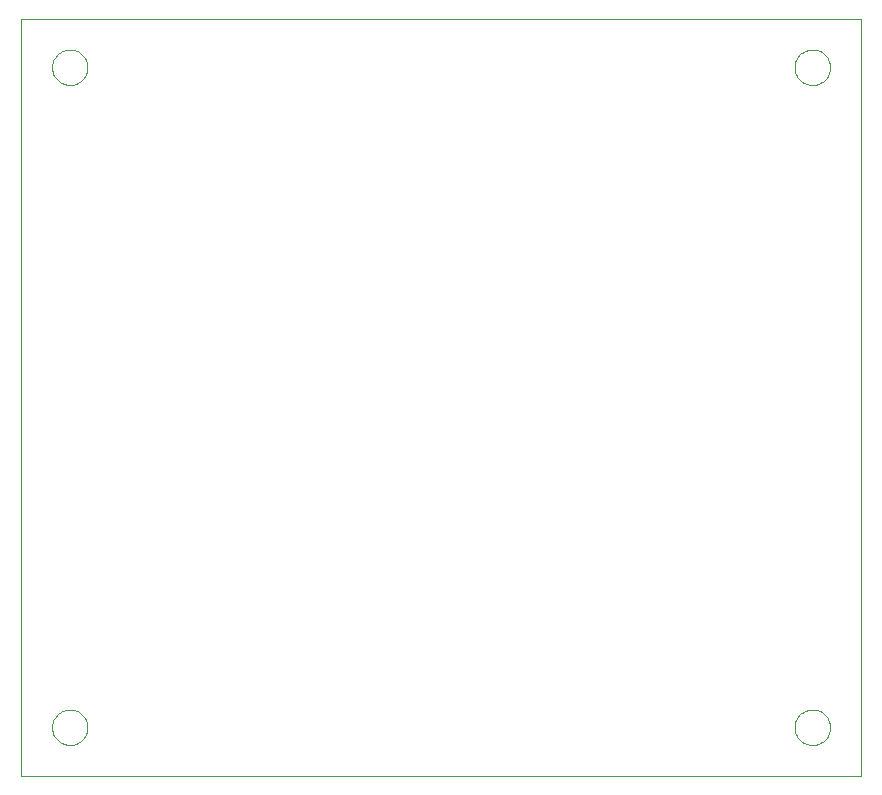
<source format=gbo>
G75*
G70*
%OFA0B0*%
%FSLAX24Y24*%
%IPPOS*%
%LPD*%
%AMOC8*
5,1,8,0,0,1.08239X$1,22.5*
%
%ADD10C,0.0000*%
D10*
X000180Y000180D02*
X000180Y025425D01*
X028172Y025425D01*
X028172Y000180D01*
X000180Y000180D01*
X001214Y001805D02*
X001216Y001853D01*
X001222Y001901D01*
X001232Y001948D01*
X001245Y001994D01*
X001263Y002039D01*
X001283Y002083D01*
X001308Y002125D01*
X001336Y002164D01*
X001366Y002201D01*
X001400Y002235D01*
X001437Y002267D01*
X001475Y002296D01*
X001516Y002321D01*
X001559Y002343D01*
X001604Y002361D01*
X001650Y002375D01*
X001697Y002386D01*
X001745Y002393D01*
X001793Y002396D01*
X001841Y002395D01*
X001889Y002390D01*
X001937Y002381D01*
X001983Y002369D01*
X002028Y002352D01*
X002072Y002332D01*
X002114Y002309D01*
X002154Y002282D01*
X002192Y002252D01*
X002227Y002219D01*
X002259Y002183D01*
X002289Y002145D01*
X002315Y002104D01*
X002337Y002061D01*
X002357Y002017D01*
X002372Y001972D01*
X002384Y001925D01*
X002392Y001877D01*
X002396Y001829D01*
X002396Y001781D01*
X002392Y001733D01*
X002384Y001685D01*
X002372Y001638D01*
X002357Y001593D01*
X002337Y001549D01*
X002315Y001506D01*
X002289Y001465D01*
X002259Y001427D01*
X002227Y001391D01*
X002192Y001358D01*
X002154Y001328D01*
X002114Y001301D01*
X002072Y001278D01*
X002028Y001258D01*
X001983Y001241D01*
X001937Y001229D01*
X001889Y001220D01*
X001841Y001215D01*
X001793Y001214D01*
X001745Y001217D01*
X001697Y001224D01*
X001650Y001235D01*
X001604Y001249D01*
X001559Y001267D01*
X001516Y001289D01*
X001475Y001314D01*
X001437Y001343D01*
X001400Y001375D01*
X001366Y001409D01*
X001336Y001446D01*
X001308Y001485D01*
X001283Y001527D01*
X001263Y001571D01*
X001245Y001616D01*
X001232Y001662D01*
X001222Y001709D01*
X001216Y001757D01*
X001214Y001805D01*
X001214Y023805D02*
X001216Y023853D01*
X001222Y023901D01*
X001232Y023948D01*
X001245Y023994D01*
X001263Y024039D01*
X001283Y024083D01*
X001308Y024125D01*
X001336Y024164D01*
X001366Y024201D01*
X001400Y024235D01*
X001437Y024267D01*
X001475Y024296D01*
X001516Y024321D01*
X001559Y024343D01*
X001604Y024361D01*
X001650Y024375D01*
X001697Y024386D01*
X001745Y024393D01*
X001793Y024396D01*
X001841Y024395D01*
X001889Y024390D01*
X001937Y024381D01*
X001983Y024369D01*
X002028Y024352D01*
X002072Y024332D01*
X002114Y024309D01*
X002154Y024282D01*
X002192Y024252D01*
X002227Y024219D01*
X002259Y024183D01*
X002289Y024145D01*
X002315Y024104D01*
X002337Y024061D01*
X002357Y024017D01*
X002372Y023972D01*
X002384Y023925D01*
X002392Y023877D01*
X002396Y023829D01*
X002396Y023781D01*
X002392Y023733D01*
X002384Y023685D01*
X002372Y023638D01*
X002357Y023593D01*
X002337Y023549D01*
X002315Y023506D01*
X002289Y023465D01*
X002259Y023427D01*
X002227Y023391D01*
X002192Y023358D01*
X002154Y023328D01*
X002114Y023301D01*
X002072Y023278D01*
X002028Y023258D01*
X001983Y023241D01*
X001937Y023229D01*
X001889Y023220D01*
X001841Y023215D01*
X001793Y023214D01*
X001745Y023217D01*
X001697Y023224D01*
X001650Y023235D01*
X001604Y023249D01*
X001559Y023267D01*
X001516Y023289D01*
X001475Y023314D01*
X001437Y023343D01*
X001400Y023375D01*
X001366Y023409D01*
X001336Y023446D01*
X001308Y023485D01*
X001283Y023527D01*
X001263Y023571D01*
X001245Y023616D01*
X001232Y023662D01*
X001222Y023709D01*
X001216Y023757D01*
X001214Y023805D01*
X025964Y023805D02*
X025966Y023853D01*
X025972Y023901D01*
X025982Y023948D01*
X025995Y023994D01*
X026013Y024039D01*
X026033Y024083D01*
X026058Y024125D01*
X026086Y024164D01*
X026116Y024201D01*
X026150Y024235D01*
X026187Y024267D01*
X026225Y024296D01*
X026266Y024321D01*
X026309Y024343D01*
X026354Y024361D01*
X026400Y024375D01*
X026447Y024386D01*
X026495Y024393D01*
X026543Y024396D01*
X026591Y024395D01*
X026639Y024390D01*
X026687Y024381D01*
X026733Y024369D01*
X026778Y024352D01*
X026822Y024332D01*
X026864Y024309D01*
X026904Y024282D01*
X026942Y024252D01*
X026977Y024219D01*
X027009Y024183D01*
X027039Y024145D01*
X027065Y024104D01*
X027087Y024061D01*
X027107Y024017D01*
X027122Y023972D01*
X027134Y023925D01*
X027142Y023877D01*
X027146Y023829D01*
X027146Y023781D01*
X027142Y023733D01*
X027134Y023685D01*
X027122Y023638D01*
X027107Y023593D01*
X027087Y023549D01*
X027065Y023506D01*
X027039Y023465D01*
X027009Y023427D01*
X026977Y023391D01*
X026942Y023358D01*
X026904Y023328D01*
X026864Y023301D01*
X026822Y023278D01*
X026778Y023258D01*
X026733Y023241D01*
X026687Y023229D01*
X026639Y023220D01*
X026591Y023215D01*
X026543Y023214D01*
X026495Y023217D01*
X026447Y023224D01*
X026400Y023235D01*
X026354Y023249D01*
X026309Y023267D01*
X026266Y023289D01*
X026225Y023314D01*
X026187Y023343D01*
X026150Y023375D01*
X026116Y023409D01*
X026086Y023446D01*
X026058Y023485D01*
X026033Y023527D01*
X026013Y023571D01*
X025995Y023616D01*
X025982Y023662D01*
X025972Y023709D01*
X025966Y023757D01*
X025964Y023805D01*
X025964Y001805D02*
X025966Y001853D01*
X025972Y001901D01*
X025982Y001948D01*
X025995Y001994D01*
X026013Y002039D01*
X026033Y002083D01*
X026058Y002125D01*
X026086Y002164D01*
X026116Y002201D01*
X026150Y002235D01*
X026187Y002267D01*
X026225Y002296D01*
X026266Y002321D01*
X026309Y002343D01*
X026354Y002361D01*
X026400Y002375D01*
X026447Y002386D01*
X026495Y002393D01*
X026543Y002396D01*
X026591Y002395D01*
X026639Y002390D01*
X026687Y002381D01*
X026733Y002369D01*
X026778Y002352D01*
X026822Y002332D01*
X026864Y002309D01*
X026904Y002282D01*
X026942Y002252D01*
X026977Y002219D01*
X027009Y002183D01*
X027039Y002145D01*
X027065Y002104D01*
X027087Y002061D01*
X027107Y002017D01*
X027122Y001972D01*
X027134Y001925D01*
X027142Y001877D01*
X027146Y001829D01*
X027146Y001781D01*
X027142Y001733D01*
X027134Y001685D01*
X027122Y001638D01*
X027107Y001593D01*
X027087Y001549D01*
X027065Y001506D01*
X027039Y001465D01*
X027009Y001427D01*
X026977Y001391D01*
X026942Y001358D01*
X026904Y001328D01*
X026864Y001301D01*
X026822Y001278D01*
X026778Y001258D01*
X026733Y001241D01*
X026687Y001229D01*
X026639Y001220D01*
X026591Y001215D01*
X026543Y001214D01*
X026495Y001217D01*
X026447Y001224D01*
X026400Y001235D01*
X026354Y001249D01*
X026309Y001267D01*
X026266Y001289D01*
X026225Y001314D01*
X026187Y001343D01*
X026150Y001375D01*
X026116Y001409D01*
X026086Y001446D01*
X026058Y001485D01*
X026033Y001527D01*
X026013Y001571D01*
X025995Y001616D01*
X025982Y001662D01*
X025972Y001709D01*
X025966Y001757D01*
X025964Y001805D01*
M02*

</source>
